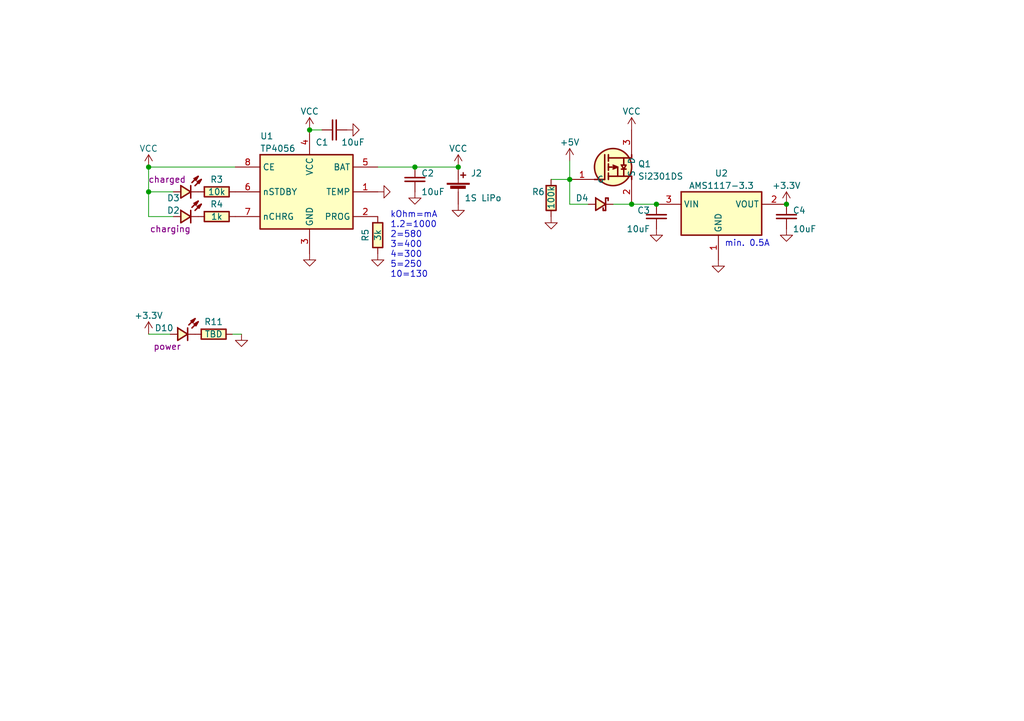
<source format=kicad_sch>
(kicad_sch (version 20230121) (generator eeschema)
  (paper "A5")
  (title_block (title "rSIM") (date "$date$") (rev "$version$.$revision$") (company "CuVoodoo") (comment 1 "King Kévin") (comment 2 "CERN-OHL-S") (comment 3 "power"))
  (lib_symbols
    (symbol "Device:Battery_Cell" (pin_numbers hide) (pin_names (offset 0) hide)
      (property "Reference" "BT" (at 2.54 2.54 0))
      (property "Value" "Battery_Cell" (at 2.54 0 0))
      (symbol "Battery_Cell_0_1"
        (rectangle (start -2.286 1.778) (end 2.286 1.524) (fill (type outline)))
        (rectangle (start -1.5748 1.1938) (end 1.4732 0.6858) (fill (type outline)))
        (polyline (pts (xy 0 0.762) (xy 0 0)))
        (polyline (pts (xy 0 1.778) (xy 0 2.54)))
        (polyline (pts (xy 0.508 3.429) (xy 1.524 3.429)) (stroke (width 0.254)))
        (polyline (pts (xy 1.016 3.937) (xy 1.016 2.921)) (stroke (width 0.254)))
      )
      (symbol "Battery_Cell_1_1"
        (pin passive line (at 0 5.08 270) (length 2.54) (name "+") (number "1"))
        (pin passive line (at 0 -2.54 90) (length 2.54) (name "-") (number "2"))
      )
    )
    (symbol "partdb:LDO/AMS1117-3.3V"
      (property "Reference" "U" (at 8.255 0.762 0))
      (property "Value" "AMS1117" (at 8.382 -9.652 0))
      (symbol "LDO/AMS1117-3.3V_1_1"
        (rectangle (start 0 0) (end 16.51 -8.89) (stroke (width 0.305)) (fill (type background)))
        (pin power_in line (at 7.62 -13.97 90) (length 5.08) (name "GND") (number "1"))
        (pin unspecified line (at 21.59 -2.54 180) (length 5.08) (name "VOUT") (number "2"))
        (pin power_in line (at -5.08 -2.54 0) (length 5.08) (name "VIN") (number "3"))
      )
    )
    (symbol "partdb:LED/LED0805" (pin_numbers hide) (pin_names hide)
      (property "Reference" "D" (at 0 2.032 0))
      (property "Value" "LED0805" (at 0 -2.032 0))
      (symbol "LED/LED0805_1_1"
        (polyline (pts (xy 1.016 1.27) (xy 1.016 -1.27)) (stroke (width 0.305)))
        (polyline (pts (xy 1.27 1.905) (xy 2.54 3.175)) (stroke (width 0.305)))
        (polyline (pts (xy 1.905 1.27) (xy 3.175 2.54)) (stroke (width 0.305)))
        (polyline (pts (xy -1.016 1.27) (xy 1.016 0) (xy -1.016 -1.27) (xy -1.016 1.27)) (stroke (width 0.305)) (fill (type background)))
        (polyline (pts (xy 1.725 2.72) (xy 2.54 3.175) (xy 2.085 2.36) (xy 1.725 2.72)) (stroke (width 0.305)) (fill (type outline)))
        (polyline (pts (xy 2.36 2.085) (xy 3.175 2.54) (xy 2.72 1.725) (xy 2.36 2.085)) (stroke (width 0.305)) (fill (type outline)))
        (pin passive line (at 2.54 0 180) (length 1.524) (name "C") (number "1"))
        (pin passive line (at -2.54 0 0) (length 1.524) (name "A") (number "2"))
      )
    )
    (symbol "partdb:LED/SZYY0805G" (pin_numbers hide) (pin_names hide)
      (property "Reference" "D" (at 0 2.032 0))
      (property "Value" "LED0805" (at 0 -2.032 0))
      (symbol "LED/SZYY0805G_1_1"
        (polyline (pts (xy 1.016 1.27) (xy 1.016 -1.27)) (stroke (width 0.305)))
        (polyline (pts (xy 1.27 1.905) (xy 2.54 3.175)) (stroke (width 0.305)))
        (polyline (pts (xy 1.905 1.27) (xy 3.175 2.54)) (stroke (width 0.305)))
        (polyline (pts (xy -1.016 1.27) (xy 1.016 0) (xy -1.016 -1.27) (xy -1.016 1.27)) (stroke (width 0.305)) (fill (type background)))
        (polyline (pts (xy 1.725 2.72) (xy 2.54 3.175) (xy 2.085 2.36) (xy 1.725 2.72)) (stroke (width 0.305)) (fill (type outline)))
        (polyline (pts (xy 2.36 2.085) (xy 3.175 2.54) (xy 2.72 1.725) (xy 2.36 2.085)) (stroke (width 0.305)) (fill (type outline)))
        (pin passive line (at 2.54 0 180) (length 1.524) (name "C") (number "1"))
        (pin passive line (at -2.54 0 0) (length 1.524) (name "A") (number "2"))
      )
    )
    (symbol "partdb:capacitor/C0603 10uF" (pin_numbers hide) (pin_names hide)
      (property "Reference" "C" (at 0 2.794 0))
      (property "Value" "C0603" (at 0 -2.794 0))
      (symbol "capacitor/C0603 10uF_1_1"
        (polyline (pts (xy -0.381 2.032) (xy -0.381 -2.032)) (stroke (width 0.305)))
        (polyline (pts (xy 0.381 2.032) (xy 0.381 -2.032)) (stroke (width 0.305)))
        (pin passive line (at -2.54 0 0) (length 2.159) (name "L") (number "1"))
        (pin passive line (at 2.54 0 180) (length 2.159) (name "R") (number "2"))
      )
    )
    (symbol "partdb:charger/TP4056"
      (property "Reference" "U" (at 0 0.762 0))
      (property "Value" "TP4056" (at 10.922 -16.002 0))
      (symbol "charger/TP4056_1_1"
        (rectangle (start 0 0) (end 19.05 -15.24) (stroke (width 0.305)) (fill (type background)))
        (pin unspecified line (at 24.13 -7.62 180) (length 5.08) (name "TEMP") (number "1"))
        (pin unspecified line (at 24.13 -12.7 180) (length 5.08) (name "PROG") (number "2"))
        (pin unspecified line (at 10.16 -20.32 90) (length 5.08) (name "GND") (number "3"))
        (pin unspecified line (at 10.16 5.08 270) (length 5.08) (name "VCC") (number "4"))
        (pin unspecified line (at 24.13 -2.54 180) (length 5.08) (name "BAT") (number "5"))
        (pin unspecified line (at -5.08 -7.62 0) (length 5.08) (name "nSTDBY") (number "6"))
        (pin unspecified line (at -5.08 -12.7 0) (length 5.08) (name "nCHRG") (number "7"))
        (pin unspecified line (at -5.08 -2.54 0) (length 5.08) (name "CE") (number "8"))
      )
    )
    (symbol "partdb:diode/SS14F" (pin_numbers hide) (pin_names hide)
      (property "Reference" "D" (at 0 2.032 0))
      (property "Value" "SCHOTTKY" (at 0 -2.032 0))
      (symbol "diode/SS14F_1_1"
        (polyline (pts (xy 0.508 -1.27) (xy 0.508 -0.762)) (stroke (width 0.305)))
        (polyline (pts (xy 1.016 -1.27) (xy 0.508 -1.27)) (stroke (width 0.305)))
        (polyline (pts (xy 1.016 1.27) (xy 1.016 -1.27)) (stroke (width 0.305)))
        (polyline (pts (xy 1.016 1.27) (xy 1.524 1.27)) (stroke (width 0.305)))
        (polyline (pts (xy 1.524 1.27) (xy 1.524 0.762)) (stroke (width 0.305)))
        (polyline (pts (xy -1.016 1.27) (xy 1.016 0) (xy -1.016 -1.27) (xy -1.016 1.27)) (stroke (width 0.305)) (fill (type background)))
        (pin passive line (at 2.54 0 180) (length 1.524) (name "C") (number "1"))
        (pin passive line (at -2.54 0 0) (length 1.524) (name "A") (number "2"))
      )
    )
    (symbol "partdb:pMOS/SI2301CDS-T1-GE3"
      (property "Reference" "VT" (at 1.778 4.572 0))
      (property "Value" "Si2301DS" (at 1.778 -4.572 0))
      (symbol "pMOS/SI2301CDS-T1-GE3_1_1"
        (polyline (pts (xy -3.81 -2.54) (xy -1.715 -2.54)) (stroke (width 0.305)))
        (polyline (pts (xy -1.715 2.54) (xy -1.715 -2.54)) (stroke (width 0.305)))
        (polyline (pts (xy -0.953 -1.881) (xy 3.81 -1.881)) (stroke (width 0.305)))
        (polyline (pts (xy -0.953 -1.223) (xy -0.953 -2.54)) (stroke (width 0.305)))
        (polyline (pts (xy -0.953 0) (xy 0.953 0)) (stroke (width 0.305)))
        (polyline (pts (xy -0.953 0.659) (xy -0.953 -0.659)) (stroke (width 0.305)))
        (polyline (pts (xy -0.953 1.881) (xy 3.81 1.881)) (stroke (width 0.305)))
        (polyline (pts (xy -0.953 2.54) (xy -0.953 1.223)) (stroke (width 0.305)))
        (polyline (pts (xy 0.953 0) (xy 0.953 -1.881)) (stroke (width 0.305)))
        (polyline (pts (xy 1.715 -0.412) (xy 2.667 -0.412)) (stroke (width 0.305)))
        (polyline (pts (xy 2.191 -0.412) (xy 2.191 -1.881)) (stroke (width 0.305)))
        (polyline (pts (xy 2.191 1.881) (xy 2.191 0.412)) (stroke (width 0.305)))
        (polyline (pts (xy 3.81 -1.881) (xy 3.81 -2.54)) (stroke (width 0.305)))
        (polyline (pts (xy 3.81 1.881) (xy 3.81 2.54)) (stroke (width 0.305)))
        (polyline (pts (xy 0 0.381) (xy 0.953 0) (xy 0 -0.381)) (stroke (width 0.305)) (fill (type outline)))
        (polyline (pts (xy 1.715 0.412) (xy 2.667 0.412) (xy 2.191 -0.412) (xy 1.715 0.412)) (stroke (width 0.305)))
        (circle (center 0 0) (radius 3.81) (stroke (width 0.305)) (fill (type background)))
        (pin input line (at -8.89 -2.54 0) (length 5.08) (name "G") (number "1"))
        (pin passive line (at 3.81 -7.62 90) (length 5.08) (name "S") (number "2"))
        (pin passive line (at 3.81 7.62 270) (length 5.08) (name "D") (number "3"))
      )
    )
    (symbol "partdb:resistor/0603WAF3001T5E" (pin_numbers hide) (pin_names hide)
      (property "Reference" "R" (at 0 1.778 0))
      (property "Value" "R0603" (at 0 -1.778 0))
      (symbol "resistor/0603WAF3001T5E_1_1"
        (rectangle (start -2.54 1.016) (end 2.54 -1.016) (stroke (width 0.305)) (fill (type background)))
        (pin passive line (at -3.81 0 0) (length 1.27) (name "L") (number "1"))
        (pin passive line (at 3.81 0 180) (length 1.27) (name "R") (number "2"))
      )
    )
    (symbol "partdb:resistor/R0603 100K" (pin_numbers hide) (pin_names hide)
      (property "Reference" "R" (at 0 1.778 0))
      (property "Value" "R0603" (at 0 -1.778 0))
      (symbol "resistor/R0603 100K_1_1"
        (rectangle (start -2.54 1.016) (end 2.54 -1.016) (stroke (width 0.305)) (fill (type background)))
        (pin passive line (at -3.81 0 0) (length 1.27) (name "L") (number "1"))
        (pin passive line (at 3.81 0 180) (length 1.27) (name "R") (number "2"))
      )
    )
    (symbol "partdb:resistor/R0603 10K" (pin_numbers hide) (pin_names hide)
      (property "Reference" "R" (at 0 1.778 0))
      (property "Value" "R0603" (at 0 -1.778 0))
      (symbol "resistor/R0603 10K_1_1"
        (rectangle (start -2.54 1.016) (end 2.54 -1.016) (stroke (width 0.305)) (fill (type background)))
        (pin passive line (at -3.81 0 0) (length 1.27) (name "L") (number "1"))
        (pin passive line (at 3.81 0 180) (length 1.27) (name "R") (number "2"))
      )
    )
    (symbol "partdb:resistor/R0603 1K" (pin_numbers hide) (pin_names hide)
      (property "Reference" "R" (at 0 1.778 0))
      (property "Value" "R0603" (at 0 -1.778 0))
      (symbol "resistor/R0603 1K_1_1"
        (rectangle (start -2.54 1.016) (end 2.54 -1.016) (stroke (width 0.305)) (fill (type background)))
        (pin passive line (at -3.81 0 0) (length 1.27) (name "L") (number "1"))
        (pin passive line (at 3.81 0 180) (length 1.27) (name "R") (number "2"))
      )
    )
    (symbol "power:+3.3V" (power) (pin_names (offset 0))
      (property "Value" "+3.3V" (at 0 3.556 0))
      (symbol "+3.3V_0_1"
        (polyline (pts (xy -0.762 1.27) (xy 0 2.54)))
        (polyline (pts (xy 0 0) (xy 0 2.54)))
        (polyline (pts (xy 0 2.54) (xy 0.762 1.27)))
      )
      (symbol "+3.3V_1_1"
        (pin power_in line (at 0 0 90) (length 0) hide (name "+3.3V") (number "1"))
      )
    )
    (symbol "power:+5V" (power) (pin_names (offset 0))
      (property "Value" "+5V" (at 0 3.556 0))
      (symbol "+5V_0_1"
        (polyline (pts (xy -0.762 1.27) (xy 0 2.54)))
        (polyline (pts (xy 0 0) (xy 0 2.54)))
        (polyline (pts (xy 0 2.54) (xy 0.762 1.27)))
      )
      (symbol "+5V_1_1"
        (pin power_in line (at 0 0 90) (length 0) hide (name "+5V") (number "1"))
      )
    )
    (symbol "power:GND" (power) (pin_names (offset 0))
      (property "Value" "GND" (at 0 -3.81 0))
      (symbol "GND_0_1"
        (polyline (pts (xy 0 0) (xy 0 -1.27) (xy 1.27 -1.27) (xy 0 -2.54) (xy -1.27 -1.27) (xy 0 -1.27)))
      )
      (symbol "GND_1_1"
        (pin power_in line (at 0 0 270) (length 0) hide (name "GND") (number "1"))
      )
    )
    (symbol "power:VCC" (power) (pin_names (offset 0))
      (property "Value" "VCC" (at 0 3.81 0))
      (symbol "VCC_0_1"
        (polyline (pts (xy -0.762 1.27) (xy 0 2.54)))
        (polyline (pts (xy 0 0) (xy 0 2.54)))
        (polyline (pts (xy 0 2.54) (xy 0.762 1.27)))
      )
      (symbol "VCC_1_1"
        (pin power_in line (at 0 0 90) (length 0) hide (name "VCC") (number "1"))
      )
    )
  )
  (junction (at 134.62 41.91))
  (junction (at 129.54 41.91))
  (junction (at 85.09 34.29))
  (junction (at 63.5 26.67))
  (junction (at 30.48 39.37))
  (junction (at 93.98 34.29))
  (junction (at 30.48 34.29))
  (junction (at 116.84 36.83))
  (junction (at 161.29 41.91))
  (wire (pts (xy 30.48 68.58) (xy 34.925 68.58)))
  (wire (pts (xy 30.48 39.37) (xy 30.48 34.29)))
  (wire (pts (xy 30.48 34.29) (xy 48.26 34.29)))
  (wire (pts (xy 125.73 41.91) (xy 129.54 41.91)))
  (wire (pts (xy 113.03 36.83) (xy 116.84 36.83)))
  (wire (pts (xy 116.84 36.83) (xy 116.84 41.91)))
  (wire (pts (xy 30.48 44.45) (xy 30.48 39.37)))
  (wire (pts (xy 129.54 41.91) (xy 134.62 41.91)))
  (wire (pts (xy 116.84 33.02) (xy 116.84 36.83)))
  (wire (pts (xy 116.84 41.91) (xy 120.65 41.91)))
  (wire (pts (xy 85.09 34.29) (xy 93.98 34.29)))
  (wire (pts (xy 30.48 39.37) (xy 35.56 39.37)))
  (wire (pts (xy 77.47 34.29) (xy 85.09 34.29)))
  (wire (pts (xy 35.56 44.45) (xy 30.48 44.45)))
  (wire (pts (xy 49.53 68.58) (xy 47.625 68.58)))
  (wire (pts (xy 66.04 26.67) (xy 63.5 26.67)))
  (text "kOhm=mA\n1.2=1000\n2=580\n3=400\n4=300\n5=250\n10=130" (at 80.01 57.15 0) (effects (font (size 1.27 1.27)) (justify left bottom)))
  (text "min. 0.5A" (at 148.59 50.8 0) (effects (font (size 1.27 1.27)) (justify left bottom)))
  (symbol (lib_id "power:GND") (at 49.53 68.58 0) (unit 1)
    (property "Reference" "#PWR088" (effects hide))
    (property "Value" "GND" (effects hide))
  )
  (symbol (lib_id "power:GND") (at 147.32 53.34 0) (unit 1)
    (property "Reference" "#PWR021" (effects hide))
    (property "Value" "GND" (effects hide))
  )
  (symbol (lib_id "power:+3.3V") (at 161.29 41.91 0) (unit 1)
    (property "Reference" "#PWR023" (effects hide))
    (property "Value" "+3.3V" (at 161.29 38.1 0))
  )
  (symbol (lib_id "partdb:LED/LED0805") (at 37.465 68.58 0) (unit 1)
    (property "Reference" "D10" (at 33.655 67.31 0))
    (property "Value" "RED" (effects hide))
    (property "Footprint" "qeda:UPC2012X80N" (effects hide))
    (property "Datasheet" "diode, LED, chip, 2.0x1.2 mm" (effects hide))
    (property "qeda_part" "diode/led0805" (effects hide))
    (property "JLCPCB_CORRECTION" "0;0;-90" (effects hide))
    (property "name" "power" (at 34.29 71.12 0))
  )
  (symbol (lib_id "partdb:LED/SZYY0805G") (at 38.1 39.37 0) (unit 1)
    (property "Reference" "D3" (at 35.56 40.64 0))
    (property "Value" "GREEN" (effects hide))
    (property "Footprint" "qeda:UPC2012X80N" (effects hide))
    (property "Datasheet" "diode, LED, chip, 2.0x1.2 mm" (effects hide))
    (property "qeda_part" "diode/led0805" (effects hide))
    (property "JLCPCB_CORRECTION" "0;0;-90" (effects hide))
    (property "name" "charged" (at 34.29 36.83 0))
  )
  (symbol (lib_id "power:VCC") (at 30.48 34.29 0) (unit 1)
    (property "Reference" "#PWR011" (effects hide))
    (property "Value" "VBUS" (at 30.48 30.48 0))
  )
  (symbol (lib_id "power:GND") (at 134.62 46.99 0) (unit 1)
    (property "Reference" "#PWR022" (effects hide))
    (property "Value" "GND" (effects hide))
  )
  (symbol (lib_id "partdb:resistor/R0603 1K") (at 43.815 68.58 0) (unit 1)
    (property "Reference" "R11" (at 43.815 66.04 0))
    (property "Value" "TBD" (at 43.815 68.58 0))
    (property "Footprint" "qeda:UC1608X55N" (effects hide))
    (property "Datasheet" "resistor, chip, 1.6x0.8 mm" (effects hide))
    (property "qeda_part" "resistor/r0603" (effects hide))
    (property "JLCPCB_CORRECTION" "0;0;-90" (effects hide))
    (property "name" "resistor, chip, 1.6x0.8 mm" (effects hide))
  )
  (symbol (lib_id "power:VCC") (at 93.98 34.29 0) (unit 1)
    (property "Reference" "#PWR04" (effects hide))
    (property "Value" "VBAT" (at 93.98 30.48 0))
  )
  (symbol (lib_id "partdb:pMOS/SI2301CDS-T1-GE3") (at 125.73 34.29 0) (unit 1)
    (property "Reference" "Q1" (at 130.81 33.655 0) (effects (justify left)))
    (property "Value" "Si2301DS" (at 130.81 36.195 0) (effects (justify left)))
    (property "Footprint" "qeda:SOT95P237X112-3N" (effects hide))
    (property "Datasheet" "P-channel enhancement mode MOS transistor" (effects hide))
    (property "qeda_part" "transistor/pmos_si2301ds" (effects hide))
  )
  (symbol (lib_id "partdb:LED/LED0805") (at 38.1 44.45 0) (unit 1)
    (property "Reference" "D2" (at 35.56 43.18 0))
    (property "Value" "RED" (effects hide))
    (property "Footprint" "qeda:UPC2012X80N" (effects hide))
    (property "Datasheet" "diode, LED, chip, 2.0x1.2 mm" (effects hide))
    (property "qeda_part" "diode/led0805" (effects hide))
    (property "JLCPCB_CORRECTION" "0;0;-90" (effects hide))
    (property "name" "charging" (at 34.925 46.99 0))
  )
  (symbol (lib_id "partdb:capacitor/C0603 10uF") (at 68.58 26.67 180) (unit 1)
    (property "Reference" "C1" (at 66.04 29.21 0))
    (property "Value" "10uF" (at 72.39 29.21 0))
    (property "Footprint" "qeda:CAPC1608X92N" (effects hide))
    (property "Datasheet" "Chip capacitor 1.6x0.8 mm" (effects hide))
    (property "qeda_part" "capacitor/c0603" (effects hide))
    (property "JLCPCB_CORRECTION" "0;0;-90" (effects hide))
  )
  (symbol (lib_id "power:VCC") (at 63.5 26.67 0) (unit 1)
    (property "Reference" "#PWR05" (effects hide))
    (property "Value" "VBUS" (at 63.5 22.86 0))
  )
  (symbol (lib_id "partdb:diode/SS14F") (at 123.19 41.91 0) (unit 1)
    (property "Reference" "D4" (at 119.38 40.64 0))
    (property "Value" "SS14F" (effects hide))
    (property "Footprint" "qeda:SOD3616X130N" (effects hide))
    (property "Datasheet" "diode, schottky, SS14F" (effects hide))
    (property "qeda_part" "diode/schottky" (effects hide))
    (property "qeda_variant" "sod123" (effects hide))
  )
  (symbol (lib_id "partdb:resistor/R0603 100K") (at 113.03 40.64 270) (mirror x) (unit 1)
    (property "Reference" "R6" (at 111.76 39.37 90) (effects (justify right)))
    (property "Value" "100k" (at 113.03 38.1 0) (effects (justify right)))
    (property "Footprint" "qeda:UC1608X55N" (effects hide))
    (property "Datasheet" "resistor, chip, 1.6x0.8 mm" (effects hide))
    (property "qeda_part" "resistor/r0603" (effects hide))
    (property "JLCPCB_CORRECTION" "0;0;-90" (effects hide))
    (property "name" "resistor, chip, 1.6x0.8 mm" (effects hide))
  )
  (symbol (lib_id "power:GND") (at 93.98 41.91 0) (unit 1)
    (property "Reference" "#PWR09" (effects hide))
    (property "Value" "GND" (effects hide))
  )
  (symbol (lib_id "power:GND") (at 85.09 39.37 0) (unit 1)
    (property "Reference" "#PWR08" (effects hide))
    (property "Value" "GND" (effects hide))
  )
  (symbol (lib_id "partdb:capacitor/C0603 10uF") (at 85.09 36.83 270) (mirror x) (unit 1)
    (property "Reference" "C2" (at 86.36 35.56 90) (effects (justify left)))
    (property "Value" "10uF" (at 86.36 39.37 90) (effects (justify left)))
    (property "Footprint" "qeda:CAPC1608X92N" (effects hide))
    (property "Datasheet" "Chip capacitor 1.6x0.8 mm" (effects hide))
    (property "qeda_part" "capacitor/c0603" (effects hide))
    (property "JLCPCB_CORRECTION" "0;0;-90" (effects hide))
  )
  (symbol (lib_id "power:GND") (at 113.03 44.45 0) (unit 1)
    (property "Reference" "#PWR024" (effects hide))
    (property "Value" "GND" (effects hide))
  )
  (symbol (lib_id "Device:Battery_Cell") (at 93.98 39.37 0) (unit 1)
    (property "Reference" "J2" (at 96.52 35.56 0) (effects (justify left)))
    (property "Value" "1S LiPo" (at 95.25 40.64 0) (effects (justify left)))
    (property "Footprint" "Connector_JST:JST_PH_S2B-PH-K_1x02_P2.00mm_Horizontal" (effects hide))
  )
  (symbol (lib_id "partdb:capacitor/C0603 10uF") (at 134.62 44.45 90) (unit 1)
    (property "Reference" "C3" (at 133.35 43.18 90) (effects (justify left)))
    (property "Value" "10uF" (at 133.35 46.99 90) (effects (justify left)))
    (property "Footprint" "qeda:CAPC1608X92N" (effects hide))
    (property "Datasheet" "Chip capacitor 1.6x0.8 mm" (effects hide))
    (property "qeda_part" "capacitor/c0603" (effects hide))
    (property "JLCPCB_CORRECTION" "0;0;-90" (effects hide))
  )
  (symbol (lib_id "partdb:resistor/0603WAF3001T5E") (at 77.47 48.26 90) (unit 1)
    (property "Reference" "R5" (at 74.93 48.26 0))
    (property "Value" "3k" (at 77.47 48.26 0))
    (property "Footprint" "qeda:UC1608X55N" (effects hide))
    (property "Datasheet" "resistor, chip, 1.6x0.8 mm" (effects hide))
    (property "qeda_part" "resistor/r0603" (effects hide))
    (property "JLCPCB_CORRECTION" "0;0;-90" (effects hide))
    (property "name" "resistor, chip, 1.6x0.8 mm" (effects hide))
  )
  (symbol (lib_id "partdb:capacitor/C0603 10uF") (at 161.29 44.45 270) (mirror x) (unit 1)
    (property "Reference" "C4" (at 162.56 43.18 90) (effects (justify left)))
    (property "Value" "10uF" (at 162.56 46.99 90) (effects (justify left)))
    (property "Footprint" "qeda:CAPC1608X92N" (effects hide))
    (property "Datasheet" "Chip capacitor 1.6x0.8 mm" (effects hide))
    (property "qeda_part" "capacitor/c0603" (effects hide))
    (property "JLCPCB_CORRECTION" "0;0;-90" (effects hide))
  )
  (symbol (lib_id "power:+5V") (at 116.84 33.02 0) (unit 1)
    (property "Reference" "#PWR025" (effects hide))
    (property "Value" "+5V" (at 116.84 29.21 0))
  )
  (symbol (lib_id "partdb:LDO/AMS1117-3.3V") (at 139.7 39.37 0) (unit 1)
    (property "Reference" "U2" (at 147.955 35.56 0))
    (property "Value" "AMS1117-3.3" (at 147.955 38.1 0))
    (property "Footprint" "qeda:VREG_AMS1117" (effects hide))
    (property "Datasheet" "low drop out voltage regulator" (effects hide))
    (property "qeda_part" "vreg/ldo_ams1117" (effects hide))
    (property "qeda_variant" "sot223" (effects hide))
  )
  (symbol (lib_id "partdb:resistor/R0603 1K") (at 44.45 44.45 0) (unit 1)
    (property "Reference" "R4" (at 44.45 41.91 0))
    (property "Value" "1k" (at 44.45 44.45 0))
    (property "Footprint" "qeda:UC1608X55N" (effects hide))
    (property "Datasheet" "resistor, chip, 1.6x0.8 mm" (effects hide))
    (property "qeda_part" "resistor/r0603" (effects hide))
    (property "JLCPCB_CORRECTION" "0;0;-90" (effects hide))
    (property "name" "resistor, chip, 1.6x0.8 mm" (effects hide))
  )
  (symbol (lib_id "power:+3.3V") (at 30.48 68.58 0) (unit 1)
    (property "Reference" "#PWR087" (effects hide))
    (property "Value" "+3.3V" (at 30.48 64.77 0))
  )
  (symbol (lib_id "power:GND") (at 77.47 39.37 90) (unit 1)
    (property "Reference" "#PWR06" (effects hide))
    (property "Value" "GND" (effects hide))
  )
  (symbol (lib_id "power:GND") (at 161.29 46.99 0) (unit 1)
    (property "Reference" "#PWR020" (effects hide))
    (property "Value" "GND" (effects hide))
  )
  (symbol (lib_id "power:VCC") (at 129.54 26.67 0) (unit 1)
    (property "Reference" "#PWR019" (effects hide))
    (property "Value" "VBAT" (at 129.54 22.86 0))
  )
  (symbol (lib_id "power:GND") (at 71.12 26.67 90) (unit 1)
    (property "Reference" "#PWR010" (effects hide))
    (property "Value" "GND" (effects hide))
  )
  (symbol (lib_id "power:GND") (at 63.5 52.07 0) (unit 1)
    (property "Reference" "#PWR01" (effects hide))
    (property "Value" "GND" (effects hide))
  )
  (symbol (lib_id "power:GND") (at 77.47 52.07 0) (unit 1)
    (property "Reference" "#PWR07" (effects hide))
    (property "Value" "GND" (effects hide))
  )
  (symbol (lib_id "partdb:charger/TP4056") (at 53.34 31.75 0) (unit 1)
    (property "Reference" "U1" (at 53.34 27.94 0) (effects (justify left)))
    (property "Value" "TP4056" (at 53.34 30.48 0) (effects (justify left)))
    (property "Footprint" "qeda:SOP127P600X175-9N" (effects hide))
    (property "Datasheet" "https://datasheet.lcsc.com/szlcsc/1910111742_TPOWER-TP4056_C382139.pdf" (effects hide))
    (property "qeda_part" "vreg/lipo-charger_tpower_tp4056" (effects hide))
  )
  (symbol (lib_id "partdb:resistor/R0603 10K") (at 44.45 39.37 0) (unit 1)
    (property "Reference" "R3" (at 44.45 36.83 0))
    (property "Value" "10k" (at 44.45 39.37 0))
    (property "Footprint" "qeda:UC1608X55N" (effects hide))
    (property "Datasheet" "resistor, chip, 1.6x0.8 mm" (effects hide))
    (property "qeda_part" "resistor/r0603" (effects hide))
    (property "JLCPCB_CORRECTION" "0;0;-90" (effects hide))
    (property "name" "resistor, chip, 1.6x0.8 mm" (effects hide))
  )
)
</source>
